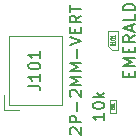
<source format=gbr>
%TF.GenerationSoftware,KiCad,Pcbnew,7.0.9-7.0.9~ubuntu23.04.1*%
%TF.CreationDate,2024-01-10T16:36:44+00:00*%
%TF.ProjectId,test_project,74657374-5f70-4726-9f6a-6563742e6b69,rev?*%
%TF.SameCoordinates,Original*%
%TF.FileFunction,AssemblyDrawing,Top*%
%FSLAX46Y46*%
G04 Gerber Fmt 4.6, Leading zero omitted, Abs format (unit mm)*
G04 Created by KiCad (PCBNEW 7.0.9-7.0.9~ubuntu23.04.1) date 2024-01-10 16:36:44*
%MOMM*%
%LPD*%
G01*
G04 APERTURE LIST*
%ADD10C,0.150000*%
%ADD11C,0.060000*%
%ADD12C,0.037500*%
%ADD13C,0.100000*%
G04 APERTURE END LIST*
D10*
X144109009Y-88923428D02*
X144109009Y-88590095D01*
X144632819Y-88447238D02*
X144632819Y-88923428D01*
X144632819Y-88923428D02*
X143632819Y-88923428D01*
X143632819Y-88923428D02*
X143632819Y-88447238D01*
X144632819Y-88018666D02*
X143632819Y-88018666D01*
X143632819Y-88018666D02*
X144347104Y-87685333D01*
X144347104Y-87685333D02*
X143632819Y-87352000D01*
X143632819Y-87352000D02*
X144632819Y-87352000D01*
X144109009Y-86875809D02*
X144109009Y-86542476D01*
X144632819Y-86399619D02*
X144632819Y-86875809D01*
X144632819Y-86875809D02*
X143632819Y-86875809D01*
X143632819Y-86875809D02*
X143632819Y-86399619D01*
X144632819Y-85399619D02*
X144156628Y-85732952D01*
X144632819Y-85971047D02*
X143632819Y-85971047D01*
X143632819Y-85971047D02*
X143632819Y-85590095D01*
X143632819Y-85590095D02*
X143680438Y-85494857D01*
X143680438Y-85494857D02*
X143728057Y-85447238D01*
X143728057Y-85447238D02*
X143823295Y-85399619D01*
X143823295Y-85399619D02*
X143966152Y-85399619D01*
X143966152Y-85399619D02*
X144061390Y-85447238D01*
X144061390Y-85447238D02*
X144109009Y-85494857D01*
X144109009Y-85494857D02*
X144156628Y-85590095D01*
X144156628Y-85590095D02*
X144156628Y-85971047D01*
X144347104Y-85018666D02*
X144347104Y-84542476D01*
X144632819Y-85113904D02*
X143632819Y-84780571D01*
X143632819Y-84780571D02*
X144632819Y-84447238D01*
X144632819Y-83637714D02*
X144632819Y-84113904D01*
X144632819Y-84113904D02*
X143632819Y-84113904D01*
X144632819Y-83304380D02*
X143632819Y-83304380D01*
X143632819Y-83304380D02*
X143632819Y-83066285D01*
X143632819Y-83066285D02*
X143680438Y-82923428D01*
X143680438Y-82923428D02*
X143775676Y-82828190D01*
X143775676Y-82828190D02*
X143870914Y-82780571D01*
X143870914Y-82780571D02*
X144061390Y-82732952D01*
X144061390Y-82732952D02*
X144204247Y-82732952D01*
X144204247Y-82732952D02*
X144394723Y-82780571D01*
X144394723Y-82780571D02*
X144489961Y-82828190D01*
X144489961Y-82828190D02*
X144585200Y-82923428D01*
X144585200Y-82923428D02*
X144632819Y-83066285D01*
X144632819Y-83066285D02*
X144632819Y-83304380D01*
D11*
X142929927Y-86274618D02*
X142529927Y-86274618D01*
X142529927Y-86274618D02*
X142529927Y-86215094D01*
X142529927Y-86215094D02*
X142548975Y-86179380D01*
X142548975Y-86179380D02*
X142587070Y-86155570D01*
X142587070Y-86155570D02*
X142625165Y-86143665D01*
X142625165Y-86143665D02*
X142701356Y-86131761D01*
X142701356Y-86131761D02*
X142758499Y-86131761D01*
X142758499Y-86131761D02*
X142834689Y-86143665D01*
X142834689Y-86143665D02*
X142872784Y-86155570D01*
X142872784Y-86155570D02*
X142910880Y-86179380D01*
X142910880Y-86179380D02*
X142929927Y-86215094D01*
X142929927Y-86215094D02*
X142929927Y-86274618D01*
X142929927Y-85893665D02*
X142929927Y-86036522D01*
X142929927Y-85965094D02*
X142529927Y-85965094D01*
X142529927Y-85965094D02*
X142587070Y-85988903D01*
X142587070Y-85988903D02*
X142625165Y-86012713D01*
X142625165Y-86012713D02*
X142644213Y-86036522D01*
X142529927Y-85738904D02*
X142529927Y-85715094D01*
X142529927Y-85715094D02*
X142548975Y-85691285D01*
X142548975Y-85691285D02*
X142568022Y-85679380D01*
X142568022Y-85679380D02*
X142606118Y-85667475D01*
X142606118Y-85667475D02*
X142682308Y-85655570D01*
X142682308Y-85655570D02*
X142777546Y-85655570D01*
X142777546Y-85655570D02*
X142853737Y-85667475D01*
X142853737Y-85667475D02*
X142891832Y-85679380D01*
X142891832Y-85679380D02*
X142910880Y-85691285D01*
X142910880Y-85691285D02*
X142929927Y-85715094D01*
X142929927Y-85715094D02*
X142929927Y-85738904D01*
X142929927Y-85738904D02*
X142910880Y-85762713D01*
X142910880Y-85762713D02*
X142891832Y-85774618D01*
X142891832Y-85774618D02*
X142853737Y-85786523D01*
X142853737Y-85786523D02*
X142777546Y-85798427D01*
X142777546Y-85798427D02*
X142682308Y-85798427D01*
X142682308Y-85798427D02*
X142606118Y-85786523D01*
X142606118Y-85786523D02*
X142568022Y-85774618D01*
X142568022Y-85774618D02*
X142548975Y-85762713D01*
X142548975Y-85762713D02*
X142529927Y-85738904D01*
X142929927Y-85417475D02*
X142929927Y-85560332D01*
X142929927Y-85488904D02*
X142529927Y-85488904D01*
X142529927Y-85488904D02*
X142587070Y-85512713D01*
X142587070Y-85512713D02*
X142625165Y-85536523D01*
X142625165Y-85536523D02*
X142644213Y-85560332D01*
D10*
X142032819Y-92037237D02*
X142032819Y-92608665D01*
X142032819Y-92322951D02*
X141032819Y-92322951D01*
X141032819Y-92322951D02*
X141175676Y-92418189D01*
X141175676Y-92418189D02*
X141270914Y-92513427D01*
X141270914Y-92513427D02*
X141318533Y-92608665D01*
X141032819Y-91418189D02*
X141032819Y-91322951D01*
X141032819Y-91322951D02*
X141080438Y-91227713D01*
X141080438Y-91227713D02*
X141128057Y-91180094D01*
X141128057Y-91180094D02*
X141223295Y-91132475D01*
X141223295Y-91132475D02*
X141413771Y-91084856D01*
X141413771Y-91084856D02*
X141651866Y-91084856D01*
X141651866Y-91084856D02*
X141842342Y-91132475D01*
X141842342Y-91132475D02*
X141937580Y-91180094D01*
X141937580Y-91180094D02*
X141985200Y-91227713D01*
X141985200Y-91227713D02*
X142032819Y-91322951D01*
X142032819Y-91322951D02*
X142032819Y-91418189D01*
X142032819Y-91418189D02*
X141985200Y-91513427D01*
X141985200Y-91513427D02*
X141937580Y-91561046D01*
X141937580Y-91561046D02*
X141842342Y-91608665D01*
X141842342Y-91608665D02*
X141651866Y-91656284D01*
X141651866Y-91656284D02*
X141413771Y-91656284D01*
X141413771Y-91656284D02*
X141223295Y-91608665D01*
X141223295Y-91608665D02*
X141128057Y-91561046D01*
X141128057Y-91561046D02*
X141080438Y-91513427D01*
X141080438Y-91513427D02*
X141032819Y-91418189D01*
X142032819Y-90656284D02*
X141032819Y-90656284D01*
X141651866Y-90561046D02*
X142032819Y-90275332D01*
X141366152Y-90275332D02*
X141747104Y-90656284D01*
D12*
X142866330Y-91609855D02*
X142742521Y-91659855D01*
X142866330Y-91695569D02*
X142606330Y-91695569D01*
X142606330Y-91695569D02*
X142606330Y-91638426D01*
X142606330Y-91638426D02*
X142618711Y-91624141D01*
X142618711Y-91624141D02*
X142631092Y-91616998D01*
X142631092Y-91616998D02*
X142655854Y-91609855D01*
X142655854Y-91609855D02*
X142692997Y-91609855D01*
X142692997Y-91609855D02*
X142717759Y-91616998D01*
X142717759Y-91616998D02*
X142730140Y-91624141D01*
X142730140Y-91624141D02*
X142742521Y-91638426D01*
X142742521Y-91638426D02*
X142742521Y-91695569D01*
X142866330Y-91466998D02*
X142866330Y-91552712D01*
X142866330Y-91509855D02*
X142606330Y-91509855D01*
X142606330Y-91509855D02*
X142643473Y-91524141D01*
X142643473Y-91524141D02*
X142668235Y-91538426D01*
X142668235Y-91538426D02*
X142680616Y-91552712D01*
X142606330Y-91374141D02*
X142606330Y-91359855D01*
X142606330Y-91359855D02*
X142618711Y-91345569D01*
X142618711Y-91345569D02*
X142631092Y-91338427D01*
X142631092Y-91338427D02*
X142655854Y-91331284D01*
X142655854Y-91331284D02*
X142705378Y-91324141D01*
X142705378Y-91324141D02*
X142767283Y-91324141D01*
X142767283Y-91324141D02*
X142816807Y-91331284D01*
X142816807Y-91331284D02*
X142841569Y-91338427D01*
X142841569Y-91338427D02*
X142853950Y-91345569D01*
X142853950Y-91345569D02*
X142866330Y-91359855D01*
X142866330Y-91359855D02*
X142866330Y-91374141D01*
X142866330Y-91374141D02*
X142853950Y-91388427D01*
X142853950Y-91388427D02*
X142841569Y-91395569D01*
X142841569Y-91395569D02*
X142816807Y-91402712D01*
X142816807Y-91402712D02*
X142767283Y-91409855D01*
X142767283Y-91409855D02*
X142705378Y-91409855D01*
X142705378Y-91409855D02*
X142655854Y-91402712D01*
X142655854Y-91402712D02*
X142631092Y-91395569D01*
X142631092Y-91395569D02*
X142618711Y-91388427D01*
X142618711Y-91388427D02*
X142606330Y-91374141D01*
X142866330Y-91181284D02*
X142866330Y-91266998D01*
X142866330Y-91224141D02*
X142606330Y-91224141D01*
X142606330Y-91224141D02*
X142643473Y-91238427D01*
X142643473Y-91238427D02*
X142668235Y-91252712D01*
X142668235Y-91252712D02*
X142680616Y-91266998D01*
D10*
X139186057Y-93796761D02*
X139138438Y-93749142D01*
X139138438Y-93749142D02*
X139090819Y-93653904D01*
X139090819Y-93653904D02*
X139090819Y-93415809D01*
X139090819Y-93415809D02*
X139138438Y-93320571D01*
X139138438Y-93320571D02*
X139186057Y-93272952D01*
X139186057Y-93272952D02*
X139281295Y-93225333D01*
X139281295Y-93225333D02*
X139376533Y-93225333D01*
X139376533Y-93225333D02*
X139519390Y-93272952D01*
X139519390Y-93272952D02*
X140090819Y-93844380D01*
X140090819Y-93844380D02*
X140090819Y-93225333D01*
X140090819Y-92796761D02*
X139090819Y-92796761D01*
X139090819Y-92796761D02*
X139090819Y-92415809D01*
X139090819Y-92415809D02*
X139138438Y-92320571D01*
X139138438Y-92320571D02*
X139186057Y-92272952D01*
X139186057Y-92272952D02*
X139281295Y-92225333D01*
X139281295Y-92225333D02*
X139424152Y-92225333D01*
X139424152Y-92225333D02*
X139519390Y-92272952D01*
X139519390Y-92272952D02*
X139567009Y-92320571D01*
X139567009Y-92320571D02*
X139614628Y-92415809D01*
X139614628Y-92415809D02*
X139614628Y-92796761D01*
X139709866Y-91796761D02*
X139709866Y-91034857D01*
X139186057Y-90606285D02*
X139138438Y-90558666D01*
X139138438Y-90558666D02*
X139090819Y-90463428D01*
X139090819Y-90463428D02*
X139090819Y-90225333D01*
X139090819Y-90225333D02*
X139138438Y-90130095D01*
X139138438Y-90130095D02*
X139186057Y-90082476D01*
X139186057Y-90082476D02*
X139281295Y-90034857D01*
X139281295Y-90034857D02*
X139376533Y-90034857D01*
X139376533Y-90034857D02*
X139519390Y-90082476D01*
X139519390Y-90082476D02*
X140090819Y-90653904D01*
X140090819Y-90653904D02*
X140090819Y-90034857D01*
X140090819Y-89606285D02*
X139090819Y-89606285D01*
X139090819Y-89606285D02*
X139805104Y-89272952D01*
X139805104Y-89272952D02*
X139090819Y-88939619D01*
X139090819Y-88939619D02*
X140090819Y-88939619D01*
X140090819Y-88463428D02*
X139090819Y-88463428D01*
X139090819Y-88463428D02*
X139805104Y-88130095D01*
X139805104Y-88130095D02*
X139090819Y-87796762D01*
X139090819Y-87796762D02*
X140090819Y-87796762D01*
X139709866Y-87320571D02*
X139709866Y-86558667D01*
X139090819Y-86225333D02*
X140090819Y-85892000D01*
X140090819Y-85892000D02*
X139090819Y-85558667D01*
X139567009Y-85225333D02*
X139567009Y-84892000D01*
X140090819Y-84749143D02*
X140090819Y-85225333D01*
X140090819Y-85225333D02*
X139090819Y-85225333D01*
X139090819Y-85225333D02*
X139090819Y-84749143D01*
X140090819Y-83749143D02*
X139614628Y-84082476D01*
X140090819Y-84320571D02*
X139090819Y-84320571D01*
X139090819Y-84320571D02*
X139090819Y-83939619D01*
X139090819Y-83939619D02*
X139138438Y-83844381D01*
X139138438Y-83844381D02*
X139186057Y-83796762D01*
X139186057Y-83796762D02*
X139281295Y-83749143D01*
X139281295Y-83749143D02*
X139424152Y-83749143D01*
X139424152Y-83749143D02*
X139519390Y-83796762D01*
X139519390Y-83796762D02*
X139567009Y-83844381D01*
X139567009Y-83844381D02*
X139614628Y-83939619D01*
X139614628Y-83939619D02*
X139614628Y-84320571D01*
X139090819Y-83463428D02*
X139090819Y-82892000D01*
X140090819Y-83177714D02*
X139090819Y-83177714D01*
X135590819Y-89677714D02*
X136305104Y-89677714D01*
X136305104Y-89677714D02*
X136447961Y-89725333D01*
X136447961Y-89725333D02*
X136543200Y-89820571D01*
X136543200Y-89820571D02*
X136590819Y-89963428D01*
X136590819Y-89963428D02*
X136590819Y-90058666D01*
X136590819Y-88677714D02*
X136590819Y-89249142D01*
X136590819Y-88963428D02*
X135590819Y-88963428D01*
X135590819Y-88963428D02*
X135733676Y-89058666D01*
X135733676Y-89058666D02*
X135828914Y-89153904D01*
X135828914Y-89153904D02*
X135876533Y-89249142D01*
X135590819Y-88058666D02*
X135590819Y-87963428D01*
X135590819Y-87963428D02*
X135638438Y-87868190D01*
X135638438Y-87868190D02*
X135686057Y-87820571D01*
X135686057Y-87820571D02*
X135781295Y-87772952D01*
X135781295Y-87772952D02*
X135971771Y-87725333D01*
X135971771Y-87725333D02*
X136209866Y-87725333D01*
X136209866Y-87725333D02*
X136400342Y-87772952D01*
X136400342Y-87772952D02*
X136495580Y-87820571D01*
X136495580Y-87820571D02*
X136543200Y-87868190D01*
X136543200Y-87868190D02*
X136590819Y-87963428D01*
X136590819Y-87963428D02*
X136590819Y-88058666D01*
X136590819Y-88058666D02*
X136543200Y-88153904D01*
X136543200Y-88153904D02*
X136495580Y-88201523D01*
X136495580Y-88201523D02*
X136400342Y-88249142D01*
X136400342Y-88249142D02*
X136209866Y-88296761D01*
X136209866Y-88296761D02*
X135971771Y-88296761D01*
X135971771Y-88296761D02*
X135781295Y-88249142D01*
X135781295Y-88249142D02*
X135686057Y-88201523D01*
X135686057Y-88201523D02*
X135638438Y-88153904D01*
X135638438Y-88153904D02*
X135590819Y-88058666D01*
X136590819Y-86772952D02*
X136590819Y-87344380D01*
X136590819Y-87058666D02*
X135590819Y-87058666D01*
X135590819Y-87058666D02*
X135733676Y-87153904D01*
X135733676Y-87153904D02*
X135828914Y-87249142D01*
X135828914Y-87249142D02*
X135876533Y-87344380D01*
D13*
%TO.C,D101*%
X142648000Y-86652000D02*
X143148000Y-86652000D01*
X143148000Y-86652000D02*
X143148000Y-85052000D01*
X142348000Y-86352000D02*
X142648000Y-86652000D01*
X142348000Y-85052000D02*
X142348000Y-86352000D01*
X143148000Y-85052000D02*
X142348000Y-85052000D01*
%TO.C,R101*%
X143018000Y-90916999D02*
X143018000Y-91966999D01*
X142478000Y-90916999D02*
X143018000Y-90916999D01*
X143018000Y-91966999D02*
X142478000Y-91966999D01*
X142478000Y-91966999D02*
X142478000Y-90916999D01*
%TO.C,J101*%
X133526000Y-91752000D02*
X134776000Y-91752000D01*
X133936000Y-91342000D02*
X138436000Y-91342000D01*
X138436000Y-91342000D02*
X138436000Y-85442000D01*
X133526000Y-90502000D02*
X133526000Y-91752000D01*
X133936000Y-85442000D02*
X133936000Y-91342000D01*
X138436000Y-85442000D02*
X133936000Y-85442000D01*
%TD*%
M02*

</source>
